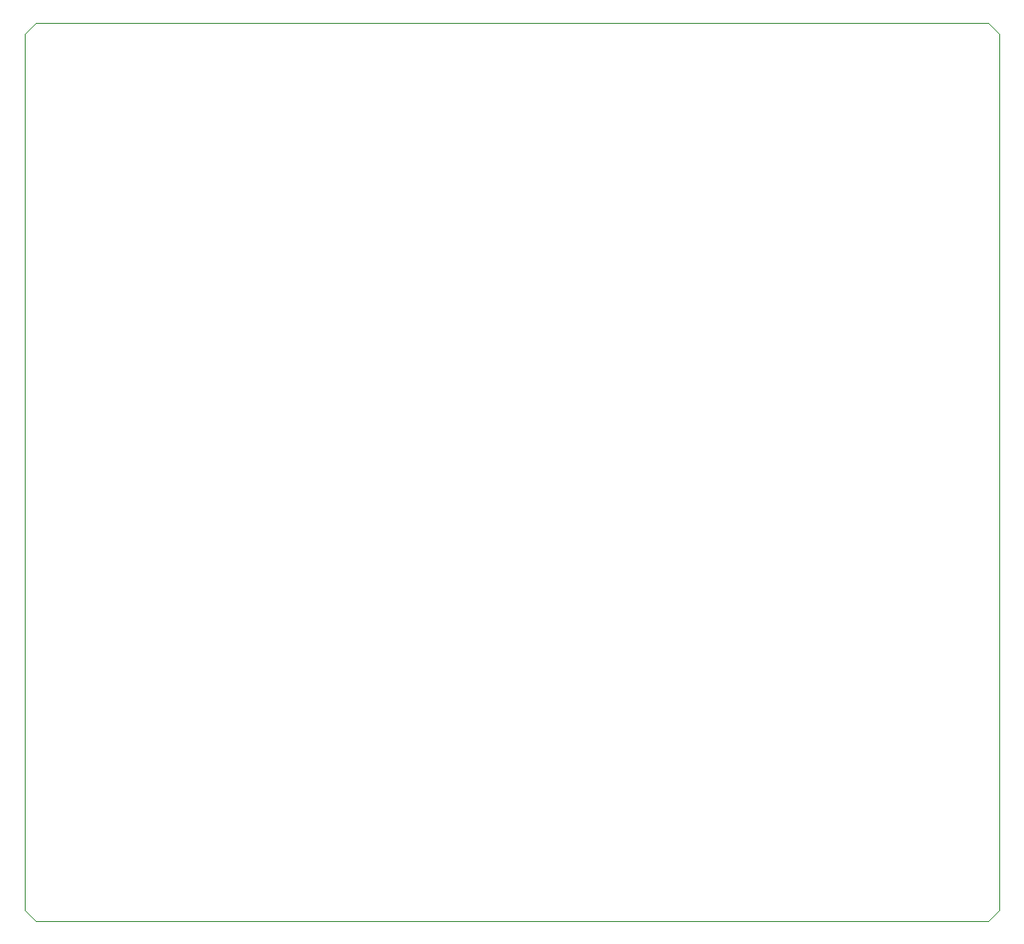
<source format=gm1>
G04 #@! TF.GenerationSoftware,KiCad,Pcbnew,8.0.1*
G04 #@! TF.CreationDate,2024-04-15T00:40:42+08:00*
G04 #@! TF.ProjectId,my4th-light,6d793474-682d-46c6-9967-68742e6b6963,rev?*
G04 #@! TF.SameCoordinates,Original*
G04 #@! TF.FileFunction,Profile,NP*
%FSLAX46Y46*%
G04 Gerber Fmt 4.6, Leading zero omitted, Abs format (unit mm)*
G04 Created by KiCad (PCBNEW 8.0.1) date 2024-04-15 00:40:42*
%MOMM*%
%LPD*%
G01*
G04 APERTURE LIST*
G04 #@! TA.AperFunction,Profile*
%ADD10C,0.050000*%
G04 #@! TD*
G04 APERTURE END LIST*
D10*
X216000000Y-44000000D02*
X128000000Y-44000000D01*
X216000000Y-127000000D02*
X128000000Y-127000000D01*
X217000000Y-126000000D02*
X217000000Y-45000000D01*
X127000000Y-45000000D02*
X127000000Y-126000000D01*
X128000000Y-44000000D02*
X127000000Y-45000000D01*
X216000000Y-127000000D02*
X217000000Y-126000000D01*
X216000000Y-44000000D02*
X217000000Y-45000000D01*
X127000000Y-126000000D02*
X128000000Y-127000000D01*
M02*

</source>
